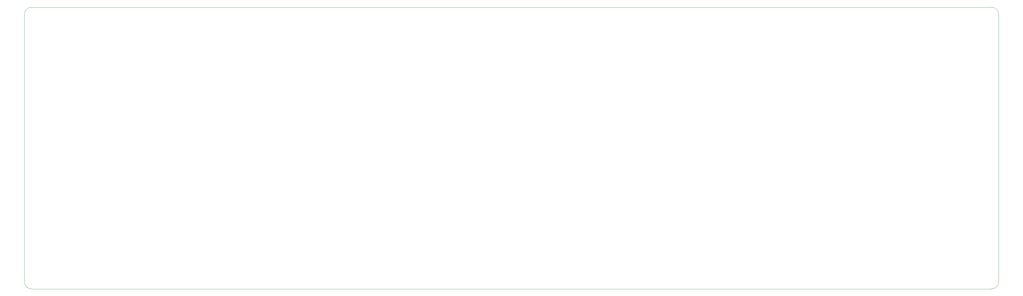
<source format=gm1>
%TF.GenerationSoftware,KiCad,Pcbnew,(5.1.6-0-10_14)*%
%TF.CreationDate,2020-08-01T01:29:04+08:00*%
%TF.ProjectId,K45.0,4b34352e-302e-46b6-9963-61645f706362,rev?*%
%TF.SameCoordinates,Original*%
%TF.FileFunction,Profile,NP*%
%FSLAX46Y46*%
G04 Gerber Fmt 4.6, Leading zero omitted, Abs format (unit mm)*
G04 Created by KiCad (PCBNEW (5.1.6-0-10_14)) date 2020-08-01 01:29:04*
%MOMM*%
%LPD*%
G01*
G04 APERTURE LIST*
%TA.AperFunction,Profile*%
%ADD10C,0.050000*%
%TD*%
G04 APERTURE END LIST*
D10*
X373856250Y-204787500D02*
G75*
G02*
X371475000Y-207168750I-2381250J0D01*
G01*
X47625000Y-207168750D02*
G75*
G02*
X45243750Y-204787500I0J2381250D01*
G01*
X45243750Y-114300000D02*
G75*
G02*
X47625000Y-111918750I2381250J0D01*
G01*
X45243750Y-204787500D02*
X45243750Y-114300000D01*
X371475000Y-207168750D02*
X47625000Y-207168750D01*
X371475000Y-111918750D02*
G75*
G02*
X373856250Y-114300000I0J-2381250D01*
G01*
X371475000Y-111918750D02*
X47625000Y-111918750D01*
X373856250Y-114300000D02*
X373856250Y-204787500D01*
M02*

</source>
